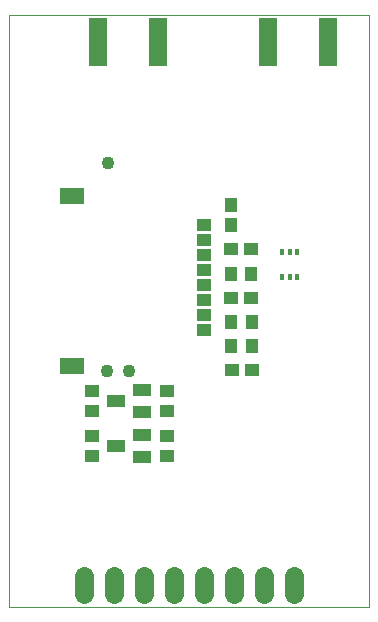
<source format=gbs>
G75*
%MOIN*%
%OFA0B0*%
%FSLAX25Y25*%
%IPPOS*%
%LPD*%
%AMOC8*
5,1,8,0,0,1.08239X$1,22.5*
%
%ADD10C,0.00000*%
%ADD11R,0.04731X0.04337*%
%ADD12R,0.04337X0.04731*%
%ADD13R,0.05124X0.04337*%
%ADD14R,0.08274X0.05715*%
%ADD15R,0.01778X0.02369*%
%ADD16R,0.06400X0.16400*%
%ADD17R,0.05912X0.04337*%
%ADD18C,0.06400*%
%ADD19C,0.04337*%
D10*
X0026800Y0048050D02*
X0026800Y0245501D01*
X0146800Y0245501D01*
X0146800Y0048050D01*
X0026800Y0048050D01*
D11*
X0054300Y0098454D03*
X0054300Y0105146D03*
X0054300Y0113454D03*
X0054300Y0120146D03*
X0079300Y0120146D03*
X0079300Y0113454D03*
X0079300Y0105146D03*
X0079300Y0098454D03*
X0101054Y0127000D03*
X0107746Y0127000D03*
X0107546Y0151200D03*
X0100854Y0151200D03*
X0100854Y0167300D03*
X0107546Y0167300D03*
D12*
X0107546Y0159200D03*
X0100854Y0159200D03*
X0100900Y0175354D03*
X0100900Y0182046D03*
X0100954Y0143200D03*
X0107646Y0143200D03*
X0107646Y0135100D03*
X0100954Y0135100D03*
D13*
X0091800Y0140383D03*
X0091800Y0145383D03*
X0091800Y0150383D03*
X0091800Y0155383D03*
X0091800Y0160383D03*
X0091800Y0165383D03*
X0091800Y0170383D03*
X0091800Y0175383D03*
D14*
X0047706Y0185146D03*
X0047706Y0128454D03*
D15*
X0117841Y0158266D03*
X0120400Y0158266D03*
X0122959Y0158266D03*
X0122959Y0166534D03*
X0120400Y0166534D03*
X0117841Y0166534D03*
D16*
X0113200Y0236300D03*
X0133200Y0236300D03*
X0076300Y0236300D03*
X0056300Y0236300D03*
D17*
X0071131Y0120540D03*
X0071131Y0113060D03*
X0071131Y0105540D03*
X0071131Y0098060D03*
X0062469Y0101800D03*
X0062469Y0116800D03*
D18*
X0061800Y0058300D02*
X0061800Y0052300D01*
X0071800Y0052300D02*
X0071800Y0058300D01*
X0081800Y0058300D02*
X0081800Y0052300D01*
X0091800Y0052300D02*
X0091800Y0058300D01*
X0101800Y0058300D02*
X0101800Y0052300D01*
X0111800Y0052300D02*
X0111800Y0058300D01*
X0121800Y0058300D02*
X0121800Y0052300D01*
X0051800Y0052300D02*
X0051800Y0058300D01*
D19*
X0059550Y0126800D03*
X0066800Y0126800D03*
X0059800Y0196050D03*
M02*

</source>
